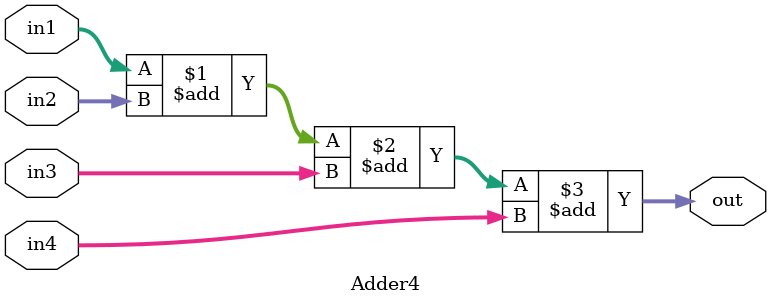
<source format=v>
module Counters_4 #(parameter SIZE = 8)
   (
    input             clk, 
    input             rst, 
    output [(SIZE*2)-1:0] out
    );

   reg [SIZE-1:0] val1;
   reg [(SIZE/2)-1:0] val2;
   reg [(SIZE/2)-1:0] val3;
   reg [(SIZE/4)-1:0] val4;

   reg [1:0] sel;

   wire      clk1;
   wire      clk2;
   wire      clk3;
   wire      clk4;
   
   assign clk1 = (sel == 'd0);
   assign clk2 = (sel == 'd1);
   assign clk3 = (sel == 'd2);
   assign clk4 = (sel == 'd3);
   
   Counter #(.SIZE(SIZE)) counter_1 (.clk (clk1), .rst (rst), .out (val1));
   Counter #(.SIZE(SIZE/2)) counter_2 (.clk (clk2), .rst (rst), .out (val2));
   Counter #(.SIZE(SIZE/2)) counter_3 (.clk (clk3), .rst (rst), .out (val3));
   Counter #(.SIZE(SIZE/4)) counter_4 (.clk (clk4), .rst (rst), .out (val4));
   
   Counter #(.SIZE(2)) counter_clk (.clk (clk), .rst (rst), .out (sel));
   
   Adder4 #(.SIZE(SIZE)) adder (.in1 (val1), .in2 (val2), .in3 (val3), .in4 (val4), .out (out));

endmodule

module Counter #(parameter SIZE = 16) 
   (
    input             clk,
    input             rst,
    output reg [SIZE-1:0] out
    );

   always @(posedge clk or posedge rst)
     begin
        if (rst)
          out <= 'b0;
        else
          out <= out + 1;
     end

endmodule

module Adder4 #(parameter SIZE = 16) 
   (
    input [SIZE-1:0]  in1, 
    input [(SIZE/2)-1:0]  in2, 
    input [(SIZE/2)-1:0]  in3, 
    input [(SIZE/4)-1:0]  in4, 
    output [(SIZE*2)-1:0] out
    );

   assign out = (in1 + in2 + in3 + in4);
   
endmodule

</source>
